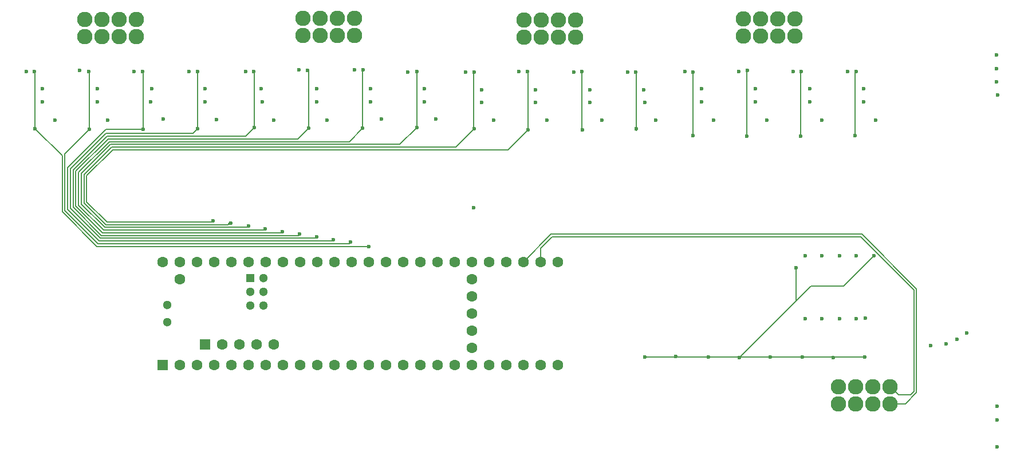
<source format=gbr>
%TF.GenerationSoftware,KiCad,Pcbnew,8.0.3-1.fc40*%
%TF.CreationDate,2024-07-04T16:01:22-04:00*%
%TF.ProjectId,boards_v3,626f6172-6473-45f7-9633-2e6b69636164,rev?*%
%TF.SameCoordinates,Original*%
%TF.FileFunction,Copper,L2,Inr*%
%TF.FilePolarity,Positive*%
%FSLAX46Y46*%
G04 Gerber Fmt 4.6, Leading zero omitted, Abs format (unit mm)*
G04 Created by KiCad (PCBNEW 8.0.3-1.fc40) date 2024-07-04 16:01:22*
%MOMM*%
%LPD*%
G01*
G04 APERTURE LIST*
%TA.AperFunction,ComponentPad*%
%ADD10C,1.600000*%
%TD*%
%TA.AperFunction,ComponentPad*%
%ADD11R,1.600000X1.600000*%
%TD*%
%TA.AperFunction,ComponentPad*%
%ADD12R,1.300000X1.300000*%
%TD*%
%TA.AperFunction,ComponentPad*%
%ADD13C,1.300000*%
%TD*%
%TA.AperFunction,ComponentPad*%
%ADD14C,2.286000*%
%TD*%
%TA.AperFunction,ViaPad*%
%ADD15C,0.600000*%
%TD*%
%TA.AperFunction,Conductor*%
%ADD16C,0.200000*%
%TD*%
G04 APERTURE END LIST*
D10*
%TO.N,unconnected-(U1-VUSB-Pad49)*%
%TO.C,U1*%
X87140001Y-63840000D03*
%TO.N,unconnected-(U1-GND-Pad59)*%
X101059200Y-73489200D03*
%TO.N,unconnected-(U1-GND-Pad58)*%
X98519200Y-73489200D03*
%TO.N,unconnected-(U1-D+-Pad57)*%
X95979200Y-73489200D03*
%TO.N,unconnected-(U1-D--Pad56)*%
X93439200Y-73489200D03*
D11*
%TO.N,unconnected-(U1-5V-Pad55)*%
X90899200Y-73489200D03*
D10*
%TO.N,+5V*%
X84600000Y-61300000D03*
%TO.N,GND*%
X87140000Y-61300000D03*
%TO.N,unconnected-(U1-3V3-Pad46)*%
X89680000Y-61300000D03*
%TO.N,Net-(J5-Pin_26)*%
X92220000Y-61300000D03*
%TO.N,Net-(J5-Pin_25)*%
X94760000Y-61300000D03*
%TO.N,Net-(J5-Pin_24)*%
X97300000Y-61300000D03*
%TO.N,Net-(J5-Pin_23)*%
X99840000Y-61300000D03*
%TO.N,Net-(J5-Pin_22)*%
X102380000Y-61300000D03*
%TO.N,Net-(J5-Pin_21)*%
X104920000Y-61300000D03*
%TO.N,Net-(J5-Pin_20)*%
X107460000Y-61300000D03*
%TO.N,Net-(J5-Pin_19)*%
X110000000Y-61300000D03*
%TO.N,Net-(J5-Pin_18)*%
X112540000Y-61300000D03*
%TO.N,Net-(J5-Pin_17)*%
X115080000Y-61300000D03*
%TO.N,unconnected-(U1-13_SCK_LED-Pad35)*%
X117620000Y-61300000D03*
D11*
%TO.N,unconnected-(U1-GND-Pad1)*%
X84600000Y-76540000D03*
D10*
%TO.N,unconnected-(U1-0_RX1_CRX2_CS1-Pad2)*%
X87140000Y-76540000D03*
%TO.N,unconnected-(U1-1_TX1_CTX2_MISO1-Pad3)*%
X89680000Y-76540000D03*
%TO.N,unconnected-(U1-2_OUT2-Pad4)*%
X92220000Y-76540000D03*
%TO.N,unconnected-(U1-3_LRCLK2-Pad5)*%
X94760000Y-76540000D03*
%TO.N,unconnected-(U1-4_BCLK2-Pad6)*%
X97300000Y-76540000D03*
%TO.N,Net-(J5-Pin_9)*%
X99840000Y-76540000D03*
%TO.N,Net-(J5-Pin_10)*%
X102380000Y-76540000D03*
%TO.N,Net-(J5-Pin_11)*%
X104920000Y-76540000D03*
%TO.N,Net-(J5-Pin_12)*%
X107460000Y-76540000D03*
%TO.N,Net-(J5-Pin_13)*%
X110000000Y-76540000D03*
%TO.N,Net-(J5-Pin_14)*%
X112540000Y-76540000D03*
%TO.N,Net-(J5-Pin_15)*%
X115080000Y-76540000D03*
%TO.N,unconnected-(U1-GND-Pad34)*%
X120160000Y-61300000D03*
%TO.N,Net-(J5-Pin_32)*%
X122700000Y-61300000D03*
%TO.N,Net-(J5-Pin_31)*%
X125240000Y-61300000D03*
%TO.N,unconnected-(U1-39_MISO1_OUT1A-Pad31)*%
X127780000Y-61300000D03*
%TO.N,unconnected-(U1-38_CS1_IN1-Pad30)*%
X130320000Y-61300000D03*
%TO.N,unconnected-(U1-37_CS-Pad29)*%
X132860000Y-61300000D03*
%TO.N,unconnected-(U1-36_CS-Pad28)*%
X135400000Y-61300000D03*
%TO.N,Net-(J6-Pin_4)*%
X137940000Y-61300000D03*
%TO.N,Net-(J6-Pin_5)*%
X140480000Y-61300000D03*
%TO.N,unconnected-(U1-33_MCLK2-Pad25)*%
X143020000Y-61300000D03*
%TO.N,unconnected-(U1-32_OUT1B-Pad24)*%
X143020000Y-76540000D03*
%TO.N,Net-(J5-Pin_5)*%
X140480000Y-76540000D03*
%TO.N,Net-(J5-Pin_6)*%
X137940000Y-76540000D03*
%TO.N,Net-(J5-Pin_7)*%
X135400000Y-76540000D03*
%TO.N,Net-(J5-Pin_16)*%
X117620000Y-76540000D03*
%TO.N,unconnected-(U1-3V3-Pad15)*%
X120160000Y-76540000D03*
%TO.N,Net-(J5-Pin_27)*%
X122700000Y-76540000D03*
%TO.N,Net-(J5-Pin_8)*%
X132860000Y-76540000D03*
%TO.N,Net-(J5-Pin_30)*%
X130320000Y-76540000D03*
%TO.N,Net-(J5-Pin_29)*%
X127780000Y-76540000D03*
%TO.N,Net-(J5-Pin_28)*%
X125240000Y-76540000D03*
D12*
%TO.N,unconnected-(U1-R+-Pad60)*%
X97569999Y-63738400D03*
D13*
%TO.N,unconnected-(U1-R--Pad65)*%
X99570000Y-63738400D03*
%TO.N,unconnected-(U1-LED-Pad61)*%
X97570000Y-65738400D03*
%TO.N,unconnected-(U1-GND-Pad64)*%
X99570000Y-65738401D03*
%TO.N,unconnected-(U1-T+-Pad63)*%
X99570000Y-67738400D03*
%TO.N,unconnected-(U1-T--Pad62)*%
X97570000Y-67738401D03*
D10*
%TO.N,unconnected-(U1-VBAT-Pad50)*%
X130320000Y-73999999D03*
%TO.N,unconnected-(U1-3V3-Pad51)*%
X130320000Y-71460000D03*
%TO.N,unconnected-(U1-GND-Pad52)*%
X130320000Y-68920000D03*
%TO.N,unconnected-(U1-PROGRAM-Pad53)*%
X130320000Y-66380000D03*
%TO.N,unconnected-(U1-ON_OFF-Pad54)*%
X130320000Y-63840001D03*
D13*
%TO.N,unconnected-(U1-D+-Pad67)*%
X85329999Y-70190000D03*
%TO.N,unconnected-(U1-D--Pad66)*%
X85329999Y-67650000D03*
%TD*%
D14*
%TO.N,+3.3V*%
%TO.C,J6*%
X184580000Y-82340000D03*
%TO.N,+5V*%
X187120000Y-82340000D03*
%TO.N,GND*%
X189660000Y-82340000D03*
%TO.N,Net-(J6-Pin_4)*%
X192200000Y-82340000D03*
%TO.N,Net-(J6-Pin_5)*%
X192200000Y-79800000D03*
%TO.N,GND*%
X189660000Y-79800000D03*
%TO.N,+5V*%
X187120000Y-79800000D03*
%TO.N,+3.3V*%
X184580000Y-79800000D03*
%TD*%
%TO.N,Net-(J3-Pin_8)*%
%TO.C,J3*%
X113040000Y-27800000D03*
%TO.N,Net-(J3-Pin_7)*%
X110500000Y-27800000D03*
%TO.N,Net-(J3-Pin_6)*%
X107960000Y-27800000D03*
%TO.N,Net-(J3-Pin_5)*%
X105420001Y-27800000D03*
%TO.N,GND*%
X105420000Y-25260000D03*
%TO.N,unconnected-(J3-Pin_3-Pad3)*%
X107960000Y-25260000D03*
%TO.N,unconnected-(J3-Pin_2-Pad2)*%
X110500000Y-25260000D03*
%TO.N,+3.3V*%
X113040000Y-25260000D03*
%TD*%
%TO.N,Net-(J2-Pin_8)*%
%TO.C,J2*%
X145700000Y-28030000D03*
%TO.N,Net-(J2-Pin_7)*%
X143160000Y-28030000D03*
%TO.N,Net-(J2-Pin_6)*%
X140620000Y-28030000D03*
%TO.N,Net-(J2-Pin_5)*%
X138080001Y-28030000D03*
%TO.N,GND*%
X138080000Y-25490000D03*
%TO.N,unconnected-(J2-Pin_3-Pad3)*%
X140620000Y-25490000D03*
%TO.N,unconnected-(J2-Pin_2-Pad2)*%
X143160000Y-25490000D03*
%TO.N,+3.3V*%
X145700000Y-25490000D03*
%TD*%
%TO.N,+3.3V*%
%TO.C,J4*%
X80740000Y-25400000D03*
%TO.N,unconnected-(J4-Pin_2-Pad2)*%
X78200000Y-25400000D03*
%TO.N,unconnected-(J4-Pin_3-Pad3)*%
X75660000Y-25400000D03*
%TO.N,GND*%
X73120000Y-25400000D03*
%TO.N,Net-(J4-Pin_5)*%
X73120001Y-27940000D03*
%TO.N,Net-(J4-Pin_6)*%
X75660000Y-27940000D03*
%TO.N,Net-(J4-Pin_7)*%
X78200000Y-27940000D03*
%TO.N,Net-(J4-Pin_8)*%
X80740000Y-27940000D03*
%TD*%
%TO.N,+3.3V*%
%TO.C,J1*%
X178080000Y-25360000D03*
%TO.N,unconnected-(J1-Pin_2-Pad2)*%
X175540000Y-25360000D03*
%TO.N,unconnected-(J1-Pin_3-Pad3)*%
X173000000Y-25360000D03*
%TO.N,GND*%
X170460000Y-25360000D03*
%TO.N,Net-(J1-Pin_5)*%
X170460001Y-27900000D03*
%TO.N,Net-(J1-Pin_6)*%
X173000000Y-27900000D03*
%TO.N,Net-(J1-Pin_7)*%
X175540000Y-27900000D03*
%TO.N,Net-(J1-Pin_8)*%
X178080000Y-27900000D03*
%TD*%
D15*
%TO.N,Net-(J2-Pin_8)*%
X153400000Y-33200000D03*
%TO.N,Net-(J2-Pin_7)*%
X145400000Y-33200000D03*
%TO.N,Net-(J5-Pin_8)*%
X203500000Y-71800000D03*
%TO.N,Net-(J5-Pin_7)*%
X202100000Y-72800000D03*
%TO.N,Net-(J5-Pin_6)*%
X200500000Y-73400000D03*
%TO.N,Net-(J5-Pin_5)*%
X198200000Y-73700000D03*
%TO.N,GND*%
X208000000Y-88700000D03*
X208000000Y-82700000D03*
%TO.N,Net-(J5-Pin_26)*%
X92100000Y-55200000D03*
%TO.N,Net-(J5-Pin_25)*%
X94700000Y-55600000D03*
%TO.N,Net-(J5-Pin_24)*%
X97300000Y-56000000D03*
%TO.N,Net-(J5-Pin_23)*%
X99800000Y-56400000D03*
%TO.N,Net-(J5-Pin_22)*%
X102300000Y-56800000D03*
%TO.N,Net-(J5-Pin_30)*%
X207900000Y-30700000D03*
%TO.N,Net-(J5-Pin_29)*%
X207900000Y-32700000D03*
%TO.N,Net-(J5-Pin_31)*%
X130600000Y-53300000D03*
%TO.N,Net-(J5-Pin_21)*%
X104900000Y-57200000D03*
%TO.N,Net-(J5-Pin_20)*%
X107400000Y-57600000D03*
%TO.N,Net-(J5-Pin_19)*%
X109900000Y-58000000D03*
%TO.N,Net-(J5-Pin_18)*%
X112400000Y-58400000D03*
%TO.N,Net-(J5-Pin_17)*%
X115100000Y-59000000D03*
%TO.N,Net-(U10-~E)*%
X188500000Y-69600000D03*
%TO.N,GND*%
X92600000Y-40220000D03*
X84700000Y-40120000D03*
X76500000Y-40320000D03*
X68700000Y-40320000D03*
X157560000Y-40340000D03*
X149560000Y-40340000D03*
X141460000Y-40340000D03*
X133560000Y-40340000D03*
X125000000Y-40150000D03*
X117000000Y-40150000D03*
X108900000Y-40350000D03*
X101100000Y-40350000D03*
%TO.N,Net-(J5-Pin_28)*%
X207900000Y-34700000D03*
%TO.N,Net-(J5-Pin_27)*%
X208100000Y-36600000D03*
%TO.N,+3.3V*%
X208000000Y-84700000D03*
%TO.N,GND*%
X189800000Y-60400000D03*
X155900000Y-75400000D03*
X160500000Y-75300000D03*
X165300000Y-75400000D03*
X169900000Y-75500000D03*
X174500000Y-75400000D03*
X188400000Y-75400000D03*
X183800000Y-75500000D03*
X179200000Y-75400000D03*
X178300000Y-62200000D03*
%TO.N,Net-(J5-Pin_13)*%
X179600000Y-60400000D03*
%TO.N,Net-(J5-Pin_14)*%
X182100000Y-60400000D03*
%TO.N,Net-(J5-Pin_15)*%
X184700000Y-60400000D03*
%TO.N,Net-(J5-Pin_16)*%
X187200000Y-60400000D03*
%TO.N,Net-(J5-Pin_12)*%
X179600000Y-69700000D03*
%TO.N,Net-(J5-Pin_11)*%
X182100000Y-69700000D03*
%TO.N,Net-(J5-Pin_10)*%
X184700000Y-69700000D03*
%TO.N,Net-(J5-Pin_9)*%
X187200000Y-69700000D03*
%TO.N,Net-(J5-Pin_21)*%
X98200000Y-41450000D03*
%TO.N,Net-(J5-Pin_22)*%
X106200000Y-41550000D03*
%TO.N,Net-(J5-Pin_23)*%
X114200000Y-41550000D03*
%TO.N,Net-(J5-Pin_24)*%
X122200000Y-41450000D03*
%TO.N,Net-(J5-Pin_25)*%
X130660000Y-41640000D03*
%TO.N,Net-(J5-Pin_26)*%
X138660000Y-41740000D03*
%TO.N,Net-(J5-Pin_27)*%
X146660000Y-41740000D03*
%TO.N,Net-(J5-Pin_28)*%
X154660000Y-41640000D03*
%TO.N,Net-(J5-Pin_29)*%
X163000000Y-42600000D03*
%TO.N,Net-(J5-Pin_30)*%
X171000000Y-42700000D03*
%TO.N,Net-(J5-Pin_31)*%
X179000000Y-42700000D03*
%TO.N,Net-(J5-Pin_32)*%
X187000000Y-42600000D03*
%TO.N,Net-(U10-~E)*%
X99400000Y-37600000D03*
X107400000Y-37600000D03*
X115400000Y-37600000D03*
X123300000Y-37600000D03*
%TO.N,Net-(J3-Pin_5)*%
X96900000Y-33100000D03*
%TO.N,Net-(J3-Pin_6)*%
X104800000Y-32900000D03*
%TO.N,Net-(J3-Pin_7)*%
X113000000Y-32900000D03*
%TO.N,Net-(J3-Pin_8)*%
X120900000Y-33200000D03*
%TO.N,Net-(J5-Pin_24)*%
X122200000Y-33100000D03*
%TO.N,Net-(J5-Pin_23)*%
X114280000Y-32880000D03*
%TO.N,Net-(J5-Pin_22)*%
X106100000Y-33000000D03*
%TO.N,Net-(J5-Pin_21)*%
X98100000Y-33100000D03*
%TO.N,+3.3V*%
X131800000Y-35830000D03*
%TO.N,Net-(U10-~E)*%
X131800000Y-37730000D03*
X139800000Y-37730000D03*
%TO.N,+3.3V*%
X139800000Y-35830000D03*
X147800000Y-35830000D03*
%TO.N,Net-(U10-~E)*%
X147800000Y-37730000D03*
X155900000Y-37730000D03*
%TO.N,+3.3V*%
X155800000Y-35830000D03*
%TO.N,Net-(J5-Pin_28)*%
X154600000Y-33230000D03*
%TO.N,Net-(J5-Pin_27)*%
X146600000Y-33130000D03*
%TO.N,Net-(J5-Pin_26)*%
X138600000Y-33130000D03*
%TO.N,Net-(J5-Pin_25)*%
X130700000Y-33230000D03*
%TO.N,Net-(J2-Pin_6)*%
X137300000Y-33130000D03*
%TO.N,Net-(J2-Pin_5)*%
X129400000Y-33230000D03*
%TO.N,Net-(U10-~E)*%
X75000000Y-37600000D03*
%TO.N,Net-(J4-Pin_6)*%
X72400000Y-33000000D03*
%TO.N,Net-(U10-~E)*%
X66900000Y-37600000D03*
%TO.N,+3.3V*%
X90900000Y-35700000D03*
%TO.N,Net-(J5-Pin_17)*%
X65700000Y-33100000D03*
X65800000Y-41620000D03*
%TO.N,Net-(J5-Pin_18)*%
X73800000Y-41720000D03*
X73700000Y-33100000D03*
%TO.N,Net-(J5-Pin_20)*%
X89800000Y-33100000D03*
%TO.N,+3.3V*%
X83000000Y-35700000D03*
%TO.N,Net-(J5-Pin_19)*%
X81700000Y-33100000D03*
X81800000Y-41720000D03*
%TO.N,Net-(J4-Pin_8)*%
X88500000Y-33100000D03*
%TO.N,+3.3V*%
X75000000Y-35700000D03*
%TO.N,Net-(U10-~E)*%
X90900000Y-37600000D03*
%TO.N,Net-(J4-Pin_5)*%
X64500000Y-33100000D03*
%TO.N,Net-(J5-Pin_20)*%
X89800000Y-41620000D03*
%TO.N,Net-(U10-~E)*%
X82900000Y-37600000D03*
%TO.N,+3.3V*%
X66900000Y-35700000D03*
%TO.N,Net-(J4-Pin_7)*%
X80400000Y-33100000D03*
%TO.N,Net-(U10-~E)*%
X172280000Y-37600000D03*
%TO.N,GND*%
X173980000Y-40300000D03*
%TO.N,+3.3V*%
X164280000Y-35700000D03*
%TO.N,Net-(J5-Pin_31)*%
X179080000Y-33100000D03*
%TO.N,Net-(J1-Pin_5)*%
X161880000Y-33100000D03*
%TO.N,Net-(J1-Pin_8)*%
X185880000Y-33100000D03*
%TO.N,Net-(J5-Pin_29)*%
X163080000Y-33200000D03*
%TO.N,Net-(U10-~E)*%
X164280000Y-37600000D03*
%TO.N,Net-(J5-Pin_30)*%
X171080000Y-33000000D03*
%TO.N,Net-(J1-Pin_6)*%
X169780000Y-33100000D03*
%TO.N,GND*%
X182080000Y-40300000D03*
X166080000Y-40300000D03*
X190080000Y-40300000D03*
%TO.N,+3.3V*%
X172280000Y-35700000D03*
%TO.N,Net-(U10-~E)*%
X180280000Y-37600000D03*
%TO.N,Net-(J1-Pin_7)*%
X177880000Y-33100000D03*
%TO.N,+3.3V*%
X188280000Y-35700000D03*
X180280000Y-35700000D03*
%TO.N,Net-(J5-Pin_32)*%
X187180000Y-33100000D03*
%TO.N,Net-(U10-~E)*%
X188280000Y-37600000D03*
%TO.N,+3.3V*%
X123300000Y-35700000D03*
X115400000Y-35700000D03*
X107400000Y-35700000D03*
X99200000Y-35700000D03*
%TD*%
D16*
%TO.N,Net-(J6-Pin_4)*%
X137940000Y-61300000D02*
X137940000Y-61294314D01*
X137940000Y-61294314D02*
X142034314Y-57200000D01*
X142034314Y-57200000D02*
X188014215Y-57200000D01*
X188014215Y-57200000D02*
X196100000Y-65285785D01*
X196100000Y-65285785D02*
X196100000Y-80665686D01*
X196100000Y-80665686D02*
X194425686Y-82340000D01*
X194425686Y-82340000D02*
X192200000Y-82340000D01*
%TO.N,Net-(J6-Pin_5)*%
X192200000Y-79800000D02*
X193400000Y-81000000D01*
X187848529Y-57600000D02*
X142200000Y-57600000D01*
X193400000Y-81000000D02*
X195200000Y-81000000D01*
X195700000Y-65451471D02*
X187848529Y-57600000D01*
X195200000Y-81000000D02*
X195700000Y-80500000D01*
X195700000Y-80500000D02*
X195700000Y-65451471D01*
X142200000Y-57600000D02*
X140480000Y-59320000D01*
X140480000Y-59320000D02*
X140480000Y-61300000D01*
%TO.N,Net-(J5-Pin_26)*%
X76391174Y-55400000D02*
X73400000Y-52408826D01*
X92100000Y-55200000D02*
X91900000Y-55400000D01*
X91900000Y-55400000D02*
X76391174Y-55400000D01*
X73400000Y-52408826D02*
X73400000Y-48559802D01*
X73400000Y-48559802D02*
X77239802Y-44720000D01*
X77239802Y-44720000D02*
X135680000Y-44720000D01*
X135680000Y-44720000D02*
X138660000Y-41740000D01*
%TO.N,Net-(J5-Pin_25)*%
X94700000Y-55600000D02*
X94500000Y-55600000D01*
X94300000Y-55800000D02*
X76225488Y-55800000D01*
X94500000Y-55600000D02*
X94300000Y-55800000D01*
X77074116Y-44320000D02*
X127980000Y-44320000D01*
X76225488Y-55800000D02*
X73000000Y-52574512D01*
X73000000Y-52574512D02*
X73000000Y-48394116D01*
X73000000Y-48394116D02*
X77074116Y-44320000D01*
X127980000Y-44320000D02*
X130660000Y-41640000D01*
%TO.N,Net-(J5-Pin_24)*%
X119730000Y-43920000D02*
X122200000Y-41450000D01*
X97300000Y-56000000D02*
X97100000Y-56200000D01*
X97100000Y-56200000D02*
X76059802Y-56200000D01*
X72600000Y-48228430D02*
X76908430Y-43920000D01*
X76059802Y-56200000D02*
X72600000Y-52740198D01*
X72600000Y-52740198D02*
X72600000Y-48228430D01*
X76908430Y-43920000D02*
X119730000Y-43920000D01*
%TO.N,Net-(J5-Pin_23)*%
X99800000Y-56400000D02*
X99800000Y-56200000D01*
X75894116Y-56600000D02*
X72200000Y-52905884D01*
X99800000Y-56400000D02*
X99600000Y-56600000D01*
X99600000Y-56600000D02*
X75894116Y-56600000D01*
X72200000Y-52905884D02*
X72200000Y-48062744D01*
X72200000Y-48062744D02*
X76742744Y-43520000D01*
X76742744Y-43520000D02*
X112230000Y-43520000D01*
X112230000Y-43520000D02*
X114200000Y-41550000D01*
%TO.N,Net-(J5-Pin_22)*%
X71800000Y-47897058D02*
X76577058Y-43120000D01*
X76577058Y-43120000D02*
X104630000Y-43120000D01*
X102300000Y-56800000D02*
X102100000Y-57000000D01*
X71800000Y-53071570D02*
X71800000Y-47897058D01*
X102100000Y-57000000D02*
X75728430Y-57000000D01*
X75728430Y-57000000D02*
X71800000Y-53071570D01*
X104630000Y-43120000D02*
X106200000Y-41550000D01*
%TO.N,Net-(J5-Pin_21)*%
X104900000Y-57200000D02*
X104700000Y-57400000D01*
X104700000Y-57400000D02*
X75562744Y-57400000D01*
X75562744Y-57400000D02*
X71400000Y-53237256D01*
X71400000Y-53237256D02*
X71400000Y-47731372D01*
X71400000Y-47731372D02*
X76411372Y-42720000D01*
X76411372Y-42720000D02*
X96930000Y-42720000D01*
X96930000Y-42720000D02*
X98200000Y-41450000D01*
%TO.N,Net-(J5-Pin_20)*%
X76245686Y-42320000D02*
X89100000Y-42320000D01*
X71000000Y-53402942D02*
X71000000Y-47565686D01*
X107400000Y-57600000D02*
X107200000Y-57800000D01*
X107200000Y-57800000D02*
X75397058Y-57800000D01*
X75397058Y-57800000D02*
X71000000Y-53402942D01*
X71000000Y-47565686D02*
X76245686Y-42320000D01*
X89100000Y-42320000D02*
X89800000Y-41620000D01*
%TO.N,Net-(J5-Pin_19)*%
X109900000Y-58000000D02*
X109700000Y-58200000D01*
X109700000Y-58200000D02*
X75231372Y-58200000D01*
X70600000Y-47400000D02*
X76280000Y-41720000D01*
X75231372Y-58200000D02*
X70600000Y-53568628D01*
X70600000Y-53568628D02*
X70600000Y-47400000D01*
X76280000Y-41720000D02*
X81800000Y-41720000D01*
%TO.N,Net-(J5-Pin_17)*%
X115100000Y-59000000D02*
X74900000Y-59000000D01*
X74900000Y-59000000D02*
X69800000Y-53900000D01*
X69800000Y-53900000D02*
X69800000Y-45620000D01*
X69800000Y-45620000D02*
X65800000Y-41620000D01*
%TO.N,Net-(J5-Pin_18)*%
X112400000Y-58400000D02*
X112200000Y-58600000D01*
X75065686Y-58600000D02*
X70200000Y-53734314D01*
X112200000Y-58600000D02*
X75065686Y-58600000D01*
X70200000Y-53734314D02*
X70200000Y-45320000D01*
X70200000Y-45320000D02*
X73800000Y-41720000D01*
%TO.N,Net-(J5-Pin_17)*%
X115000000Y-59000000D02*
X115000000Y-59000000D01*
X115100000Y-58900000D02*
X115100000Y-59000000D01*
X115100000Y-58900000D02*
X115100000Y-58900000D01*
%TO.N,Net-(J5-Pin_30)*%
X171000000Y-42700000D02*
X171040000Y-42660000D01*
X171040000Y-42660000D02*
X171040000Y-33040000D01*
X171040000Y-33040000D02*
X171080000Y-33000000D01*
%TO.N,Net-(J5-Pin_29)*%
X163000000Y-42600000D02*
X163000000Y-33280000D01*
X163000000Y-33280000D02*
X163080000Y-33200000D01*
%TO.N,Net-(J5-Pin_31)*%
X179000000Y-42700000D02*
X179000000Y-33180000D01*
X179000000Y-33180000D02*
X179080000Y-33100000D01*
%TO.N,Net-(J5-Pin_32)*%
X187000000Y-42600000D02*
X187040000Y-42560000D01*
X187040000Y-42560000D02*
X187040000Y-33240000D01*
X187040000Y-33240000D02*
X187180000Y-33100000D01*
%TO.N,GND*%
X185300000Y-64900000D02*
X189800000Y-60400000D01*
X180600000Y-64900000D02*
X185300000Y-64900000D01*
X178300000Y-67100000D02*
X180500000Y-64900000D01*
X180500000Y-64900000D02*
X180600000Y-64900000D01*
X178300000Y-62200000D02*
X178300000Y-67100000D01*
X178300000Y-67100000D02*
X169900000Y-75500000D01*
X188400000Y-75400000D02*
X155900000Y-75400000D01*
%TO.N,Net-(J5-Pin_29)*%
X163000000Y-42600000D02*
X163000000Y-42700000D01*
%TO.N,Net-(J5-Pin_30)*%
X171040000Y-42740000D02*
X171040000Y-42760000D01*
X171000000Y-42700000D02*
X171040000Y-42740000D01*
%TO.N,Net-(J5-Pin_32)*%
X187040000Y-42640000D02*
X187040000Y-42760000D01*
X187000000Y-42600000D02*
X187040000Y-42640000D01*
%TO.N,Net-(J5-Pin_24)*%
X122200000Y-32910000D02*
X122200000Y-41550000D01*
%TO.N,Net-(J5-Pin_21)*%
X98160000Y-32850000D02*
X98160000Y-41490000D01*
%TO.N,Net-(J5-Pin_22)*%
X106200000Y-32910000D02*
X106200000Y-41550000D01*
%TO.N,Net-(J5-Pin_23)*%
X114160000Y-32850000D02*
X114160000Y-41490000D01*
%TO.N,Net-(J5-Pin_28)*%
X154660000Y-33200000D02*
X154660000Y-41840000D01*
%TO.N,Net-(J5-Pin_25)*%
X130620000Y-33140000D02*
X130620000Y-41780000D01*
%TO.N,Net-(J5-Pin_26)*%
X138660000Y-33200000D02*
X138660000Y-41840000D01*
%TO.N,Net-(J5-Pin_27)*%
X146620000Y-33140000D02*
X146620000Y-41780000D01*
%TO.N,Net-(J5-Pin_18)*%
X73800000Y-32980000D02*
X73800000Y-41620000D01*
%TO.N,Net-(J5-Pin_19)*%
X81760000Y-32920000D02*
X81760000Y-41560000D01*
%TO.N,Net-(J5-Pin_17)*%
X65760000Y-32920000D02*
X65760000Y-41560000D01*
%TO.N,Net-(J5-Pin_20)*%
X89800000Y-32980000D02*
X89800000Y-41620000D01*
%TD*%
M02*

</source>
